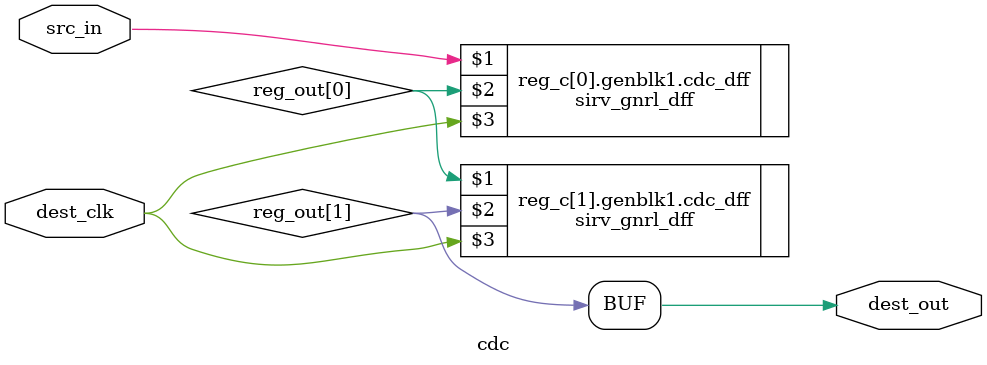
<source format=v>
module cdc #(
    parameter DEST_SYNC_FF = 2,//最大为10
	 parameter DW = 1
  ) (
    input dest_clk,    
    input  [DW-1:0] src_in ,        
    output [DW-1:0] dest_out       
  );
  

wire [DW-1:0] reg_out[DEST_SYNC_FF-1:0];
  
genvar i;
generate
 for(i=0;i<DEST_SYNC_FF;i=i+1)begin:reg_c
 if(i==0) begin
	sirv_gnrl_dff#(DW) cdc_dff(src_in,reg_out[i],dest_clk);
 end
 else begin
  sirv_gnrl_dff#(DW) cdc_dff(reg_out[i-1],reg_out[i],dest_clk);
 end
 end
endgenerate

assign dest_out=reg_out[DEST_SYNC_FF-1];
	
 
endmodule

</source>
